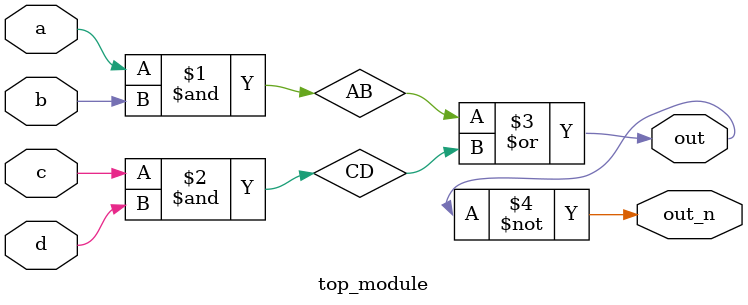
<source format=v>
`default_nettype none
module top_module(
    input a,
    input b,
    input c,
    input d,
    output out,
    output out_n   ); 
    wire AB,CD;
    
    assign AB = (a & b);
    assign CD =  (c & d);
    assign out = AB | CD;
    assign out_n = ~out;

endmodule

</source>
